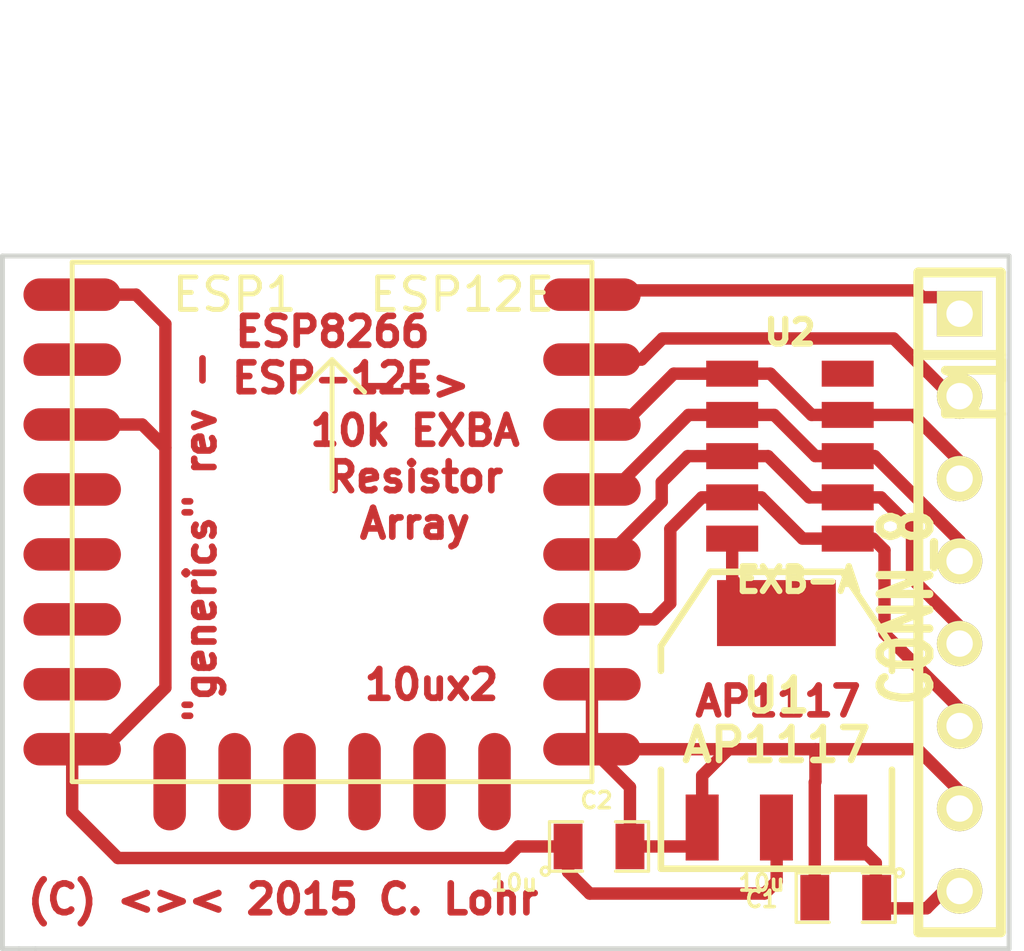
<source format=kicad_pcb>

(kicad_pcb
  (version 3)
  (host pcbnew "(2013-jul-07)-stable")
  (general
    (links 26)
    (no_connects 0)
    (area 64.440999 32.882999 95.88627 62.559001)
    (thickness 1.6)
    (drawings 12)
    (tracks 88)
    (zones 0)
    (modules 6)
    (nets 11))
  (page User 139.7 139.7)
  (layers
    (15 F.Cu signal)
    (0 B.Cu signal)
    (16 B.Adhes user)
    (17 F.Adhes user)
    (18 B.Paste user)
    (19 F.Paste user)
    (20 B.SilkS user)
    (21 F.SilkS user)
    (22 B.Mask user)
    (23 F.Mask user)
    (24 Dwgs.User user)
    (25 Cmts.User user)
    (26 Eco1.User user)
    (27 Eco2.User user)
    (28 Edge.Cuts user))
  (setup
    (last_trace_width 0.381)
    (trace_clearance 0.381)
    (zone_clearance 0.3556)
    (zone_45_only no)
    (trace_min 0.254)
    (segment_width 0.2)
    (edge_width 0.15)
    (via_size 0.889)
    (via_drill 0.635)
    (via_min_size 0.889)
    (via_min_drill 0.508)
    (uvia_size 0.508)
    (uvia_drill 0.127)
    (uvias_allowed no)
    (uvia_min_size 0.508)
    (uvia_min_drill 0.127)
    (pcb_text_width 0.2032)
    (pcb_text_size 0.889 0.889)
    (mod_edge_width 0.15)
    (mod_text_size 1.5 1.5)
    (mod_text_width 0.15)
    (pad_size 1.524 1.524)
    (pad_drill 0.762)
    (pad_to_mask_clearance 0.2)
    (aux_axis_origin 0 0)
    (visible_elements FFFFFFBF)
    (pcbplotparams
      (layerselection 32768)
      (usegerberextensions false)
      (excludeedgelayer true)
      (linewidth 0.1)
      (plotframeref false)
      (viasonmask false)
      (mode 1)
      (useauxorigin false)
      (hpglpennumber 1)
      (hpglpenspeed 20)
      (hpglpendiameter 15)
      (hpglpenoverlay 2)
      (psnegative false)
      (psa4output false)
      (plotreference true)
      (plotvalue true)
      (plotothertext true)
      (plotinvisibletext false)
      (padsonsilk false)
      (subtractmaskfromsilk false)
      (outputformat 2)
      (mirror false)
      (drillshape 1)
      (scaleselection 1)
      (outputdirectory "")))
  (net 0 "")
  (net 1 +3.3V)
  (net 2 +5V)
  (net 3 GND)
  (net 4 GPIO0)
  (net 5 GPIO2)
  (net 6 GPIO4)
  (net 7 GPIO5)
  (net 8 N-000003)
  (net 9 RX)
  (net 10 TX)
  (net_class Default "This is the default net class."
    (clearance 0.381)
    (trace_width 0.381)
    (via_dia 0.889)
    (via_drill 0.635)
    (uvia_dia 0.508)
    (uvia_drill 0.127)
    (add_net "")
    (add_net +3.3V)
    (add_net +5V)
    (add_net GND)
    (add_net GPIO0)
    (add_net GPIO2)
    (add_net GPIO4)
    (add_net GPIO5)
    (add_net N-000003)
    (add_net RX)
    (add_net TX))
  (module SM0805
    (layer F.Cu)
    (tedit 56195079)
    (tstamp 56194CC7)
    (at 90.4748 60.9092 180)
    (path /56194F36)
    (attr smd)
    (fp_text reference C1
      (at 2.5908 -0.0508 180)
      (layer F.SilkS)
      (effects
        (font
          (size 0.50038 0.50038)
          (thickness 0.10922))))
    (fp_text value 10u
      (at 2.5908 0.4572 180)
      (layer F.SilkS)
      (effects
        (font
          (size 0.50038 0.50038)
          (thickness 0.10922))))
    (fp_circle
      (center -1.651 0.762)
      (end -1.651 0.635)
      (layer F.SilkS)
      (width 0.09906))
    (fp_line
      (start -0.508 0.762)
      (end -1.524 0.762)
      (layer F.SilkS)
      (width 0.09906))
    (fp_line
      (start -1.524 0.762)
      (end -1.524 -0.762)
      (layer F.SilkS)
      (width 0.09906))
    (fp_line
      (start -1.524 -0.762)
      (end -0.508 -0.762)
      (layer F.SilkS)
      (width 0.09906))
    (fp_line
      (start 0.508 -0.762)
      (end 1.524 -0.762)
      (layer F.SilkS)
      (width 0.09906))
    (fp_line
      (start 1.524 -0.762)
      (end 1.524 0.762)
      (layer F.SilkS)
      (width 0.09906))
    (fp_line
      (start 1.524 0.762)
      (end 0.508 0.762)
      (layer F.SilkS)
      (width 0.09906))
    (pad 1 smd rect
      (at -0.9525 0 180)
      (size 0.889 1.397)
      (layers F.Cu F.Paste F.Mask)
      (net 2 +5V))
    (pad 2 smd rect
      (at 0.9525 0 180)
      (size 0.889 1.397)
      (layers F.Cu F.Paste F.Mask)
      (net 3 GND))
    (model smd/chip_cms.wrl
      (at
        (xyz 0 0 0))
      (scale
        (xyz 0.1 0.1 0.1))
      (rotate
        (xyz 0 0 0))))
  (module SM0805
    (layer F.Cu)
    (tedit 56195074)
    (tstamp 56194CD4)
    (at 82.8802 59.3344)
    (path /56194F45)
    (attr smd)
    (fp_text reference C2
      (at -0.0762 -1.4224)
      (layer F.SilkS)
      (effects
        (font
          (size 0.50038 0.50038)
          (thickness 0.10922))))
    (fp_text value 10u
      (at -2.6162 1.1176)
      (layer F.SilkS)
      (effects
        (font
          (size 0.50038 0.50038)
          (thickness 0.10922))))
    (fp_circle
      (center -1.651 0.762)
      (end -1.651 0.635)
      (layer F.SilkS)
      (width 0.09906))
    (fp_line
      (start -0.508 0.762)
      (end -1.524 0.762)
      (layer F.SilkS)
      (width 0.09906))
    (fp_line
      (start -1.524 0.762)
      (end -1.524 -0.762)
      (layer F.SilkS)
      (width 0.09906))
    (fp_line
      (start -1.524 -0.762)
      (end -0.508 -0.762)
      (layer F.SilkS)
      (width 0.09906))
    (fp_line
      (start 0.508 -0.762)
      (end 1.524 -0.762)
      (layer F.SilkS)
      (width 0.09906))
    (fp_line
      (start 1.524 -0.762)
      (end 1.524 0.762)
      (layer F.SilkS)
      (width 0.09906))
    (fp_line
      (start 1.524 0.762)
      (end 0.508 0.762)
      (layer F.SilkS)
      (width 0.09906))
    (pad 1 smd rect
      (at -0.9525 0)
      (size 0.889 1.397)
      (layers F.Cu F.Paste F.Mask)
      (net 1 +3.3V))
    (pad 2 smd rect
      (at 0.9525 0)
      (size 0.889 1.397)
      (layers F.Cu F.Paste F.Mask)
      (net 3 GND))
    (model smd/chip_cms.wrl
      (at
        (xyz 0 0 0))
      (scale
        (xyz 0.1 0.1 0.1))
      (rotate
        (xyz 0 0 0))))
  (module SIL-8
    (layer F.Cu)
    (tedit 56C7A81F)
    (tstamp 56194CE5)
    (at 93.98 51.816 270)
    (descr "Connecteur 8 pins")
    (tags "CONN DEV")
    (path /56194CDB)
    (fp_text reference P1
      (at -6.604 -0.508 270)
      (layer F.SilkS)
      (effects
        (font
          (size 1.72974 1.08712)
          (thickness 0.3048))))
    (fp_text value CONN_8
      (at 0.1524 1.6256 270)
      (layer F.SilkS)
      (effects
        (font
          (size 1.524 1.016)
          (thickness 0.3048))))
    (fp_line
      (start -10.16 -1.27)
      (end 10.16 -1.27)
      (layer F.SilkS)
      (width 0.3048))
    (fp_line
      (start 10.16 -1.27)
      (end 10.16 1.27)
      (layer F.SilkS)
      (width 0.3048))
    (fp_line
      (start 10.16 1.27)
      (end -10.16 1.27)
      (layer F.SilkS)
      (width 0.3048))
    (fp_line
      (start -10.16 1.27)
      (end -10.16 -1.27)
      (layer F.SilkS)
      (width 0.3048))
    (fp_line
      (start -7.62 1.27)
      (end -7.62 -1.27)
      (layer F.SilkS)
      (width 0.3048))
    (pad 1 thru_hole rect
      (at -8.89 0 270)
      (size 1.397 1.397)
      (drill 0.8128)
      (layers *.Cu *.Mask F.SilkS)
      (net 10 TX))
    (pad 2 thru_hole circle
      (at -6.35 0 270)
      (size 1.397 1.397)
      (drill 0.8128)
      (layers *.Cu *.Mask F.SilkS)
      (net 9 RX))
    (pad 3 thru_hole circle
      (at -3.81 0 270)
      (size 1.397 1.397)
      (drill 0.8128)
      (layers *.Cu *.Mask F.SilkS)
      (net 7 GPIO5))
    (pad 4 thru_hole circle
      (at -1.27 0 270)
      (size 1.397 1.397)
      (drill 0.8128)
      (layers *.Cu *.Mask F.SilkS)
      (net 6 GPIO4))
    (pad 5 thru_hole circle
      (at 1.27 0 270)
      (size 1.397 1.397)
      (drill 0.8128)
      (layers *.Cu *.Mask F.SilkS)
      (net 4 GPIO0))
    (pad 6 thru_hole circle
      (at 3.81 0 270)
      (size 1.397 1.397)
      (drill 0.8128)
      (layers *.Cu *.Mask F.SilkS)
      (net 5 GPIO2))
    (pad 7 thru_hole circle
      (at 6.35 0 270)
      (size 1.397 1.397)
      (drill 0.8128)
      (layers *.Cu *.Mask F.SilkS)
      (net 3 GND))
    (pad 8 thru_hole circle
      (at 8.89 0 270)
      (size 1.397 1.397)
      (drill 0.8128)
      (layers *.Cu *.Mask F.SilkS)
      (net 2 +5V)))
  (module EXB-A
    (layer F.Cu)
    (tedit 52D0B57E)
    (tstamp 56197883)
    (at 88.75776 47.31258)
    (path /56194CEA)
    (fp_text reference U2
      (at 0 -3.81)
      (layer F.SilkS)
      (effects
        (font
          (size 0.762 0.762)
          (thickness 0.1905))))
    (fp_text value EXB-A
      (at 0.254 3.81)
      (layer F.SilkS)
      (effects
        (font
          (size 0.762 0.762)
          (thickness 0.1905))))
    (pad 1 smd rect
      (at -1.778 -2.54 90)
      (size 0.8001 1.6002)
      (layers F.Cu F.Paste F.Mask)
      (net 7 GPIO5))
    (pad 2 smd rect
      (at -1.778 -1.27 90)
      (size 0.8001 1.6002)
      (layers F.Cu F.Paste F.Mask)
      (net 6 GPIO4))
    (pad 3 smd rect
      (at -1.778 0 90)
      (size 0.8001 1.6002)
      (layers F.Cu F.Paste F.Mask)
      (net 4 GPIO0))
    (pad 4 smd rect
      (at -1.778 1.27 90)
      (size 0.8001 1.6002)
      (layers F.Cu F.Paste F.Mask)
      (net 5 GPIO2))
    (pad 5 smd rect
      (at -1.778 2.54 90)
      (size 0.8001 1.6002)
      (layers F.Cu F.Paste F.Mask)
      (net 8 N-000003))
    (pad 6 smd rect
      (at 1.778 2.54 90)
      (size 0.8001 1.6002)
      (layers F.Cu F.Paste F.Mask)
      (net 5 GPIO2))
    (pad 7 smd rect
      (at 1.778 1.27 90)
      (size 0.8001 1.6002)
      (layers F.Cu F.Paste F.Mask)
      (net 4 GPIO0))
    (pad 8 smd rect
      (at 1.778 0 90)
      (size 0.8001 1.6002)
      (layers F.Cu F.Paste F.Mask)
      (net 6 GPIO4))
    (pad 9 smd rect
      (at 1.778 -1.27 90)
      (size 0.8001 1.6002)
      (layers F.Cu F.Paste F.Mask)
      (net 7 GPIO5))
    (pad 10 smd rect
      (at 1.778 -2.54 90)
      (size 0.8001 1.6002)
      (layers F.Cu F.Paste F.Mask)))
  (module ESP12E
    (layer F.Cu)
    (tedit 560D9068)
    (tstamp 56194D17)
    (at 74.6633 45.339)
    (path /5619493D)
    (fp_text reference ESP1
      (at -3 -3)
      (layer F.SilkS)
      (effects
        (font
          (size 1 1)
          (thickness 0.15))))
    (fp_text value ESP12E
      (at 4 -3)
      (layer F.SilkS)
      (effects
        (font
          (size 1 1)
          (thickness 0.15))))
    (fp_line
      (start 0 -1)
      (end -1 0)
      (layer F.SilkS)
      (width 0.15))
    (fp_line
      (start 0 -1)
      (end 1 0)
      (layer F.SilkS)
      (width 0.15))
    (fp_line
      (start 0 -1)
      (end 0 3)
      (layer F.SilkS)
      (width 0.15))
    (fp_line
      (start -8 12)
      (end -8 -4)
      (layer F.SilkS)
      (width 0.15))
    (fp_line
      (start -8 -4)
      (end 8 -4)
      (layer F.SilkS)
      (width 0.15))
    (fp_line
      (start 8 -4)
      (end 8 12)
      (layer F.SilkS)
      (width 0.15))
    (fp_line
      (start 8 -12)
      (end -8 -12)
      (layer Dwgs.User)
      (width 0.15))
    (fp_line
      (start -8 -12)
      (end -8 12)
      (layer Dwgs.User)
      (width 0.15))
    (fp_line
      (start -8 12)
      (end 8 12)
      (layer F.SilkS)
      (width 0.15))
    (fp_line
      (start 8 12)
      (end 8 -12)
      (layer Dwgs.User)
      (width 0.15))
    (pad 1 smd oval
      (at -8 -3)
      (size 3 1)
      (layers F.Cu F.Paste F.Mask)
      (net 1 +3.3V))
    (pad 2 smd oval
      (at -8 -1)
      (size 3 1)
      (layers F.Cu F.Paste F.Mask))
    (pad 3 smd oval
      (at -8 1)
      (size 3 1)
      (layers F.Cu F.Paste F.Mask)
      (net 1 +3.3V))
    (pad 4 smd oval
      (at -8 3)
      (size 3 1)
      (layers F.Cu F.Paste F.Mask))
    (pad 5 smd oval
      (at -8 5)
      (size 3 1)
      (layers F.Cu F.Paste F.Mask))
    (pad 6 smd oval
      (at -8 7)
      (size 3 1)
      (layers F.Cu F.Paste F.Mask))
    (pad 7 smd oval
      (at -8 9)
      (size 3 1)
      (layers F.Cu F.Paste F.Mask))
    (pad 8 smd oval
      (at -8 11)
      (size 3 1)
      (layers F.Cu F.Paste F.Mask)
      (net 1 +3.3V))
    (pad 9 smd oval
      (at -5 12 90)
      (size 3 1)
      (layers F.Cu F.Paste F.Mask))
    (pad 10 smd oval
      (at -3 12 90)
      (size 3 1)
      (layers F.Cu F.Paste F.Mask))
    (pad 11 smd oval
      (at -1 12 90)
      (size 3 1)
      (layers F.Cu F.Paste F.Mask))
    (pad 12 smd oval
      (at 1 12 90)
      (size 3 1)
      (layers F.Cu F.Paste F.Mask))
    (pad 13 smd oval
      (at 3 12 90)
      (size 3 1)
      (layers F.Cu F.Paste F.Mask))
    (pad 14 smd oval
      (at 5 12 90)
      (size 3 1)
      (layers F.Cu F.Paste F.Mask))
    (pad 15 smd oval
      (at 8 11 180)
      (size 3 1)
      (layers F.Cu F.Paste F.Mask)
      (net 3 GND))
    (pad 16 smd oval
      (at 8 9 180)
      (size 3 1)
      (layers F.Cu F.Paste F.Mask)
      (net 3 GND))
    (pad 17 smd oval
      (at 8 7 180)
      (size 3 1)
      (layers F.Cu F.Paste F.Mask)
      (net 5 GPIO2))
    (pad 18 smd oval
      (at 8 5 180)
      (size 3 1)
      (layers F.Cu F.Paste F.Mask)
      (net 4 GPIO0))
    (pad 19 smd oval
      (at 8 3 180)
      (size 3 1)
      (layers F.Cu F.Paste F.Mask)
      (net 6 GPIO4))
    (pad 20 smd oval
      (at 8 1 180)
      (size 3 1)
      (layers F.Cu F.Paste F.Mask)
      (net 7 GPIO5))
    (pad 21 smd oval
      (at 8 -1 180)
      (size 3 1)
      (layers F.Cu F.Paste F.Mask)
      (net 9 RX))
    (pad 22 smd oval
      (at 8 -3 180)
      (size 3 1)
      (layers F.Cu F.Paste F.Mask)
      (net 10 TX)))
  (module SOT223
    (layer F.Cu)
    (tedit 200000)
    (tstamp 561976D8)
    (at 88.3412 55.4482)
    (descr "module CMS SOT223 4 pins")
    (tags "CMS SOT")
    (path /5619494C)
    (attr smd)
    (fp_text reference U1
      (at 0 -0.762)
      (layer F.SilkS)
      (effects
        (font
          (size 1.016 1.016)
          (thickness 0.2032))))
    (fp_text value AP1117
      (at 0 0.762)
      (layer F.SilkS)
      (effects
        (font
          (size 1.016 1.016)
          (thickness 0.2032))))
    (fp_line
      (start -3.556 1.524)
      (end -3.556 4.572)
      (layer F.SilkS)
      (width 0.2032))
    (fp_line
      (start -3.556 4.572)
      (end 3.556 4.572)
      (layer F.SilkS)
      (width 0.2032))
    (fp_line
      (start 3.556 4.572)
      (end 3.556 1.524)
      (layer F.SilkS)
      (width 0.2032))
    (fp_line
      (start -3.556 -1.524)
      (end -3.556 -2.286)
      (layer F.SilkS)
      (width 0.2032))
    (fp_line
      (start -3.556 -2.286)
      (end -2.032 -4.572)
      (layer F.SilkS)
      (width 0.2032))
    (fp_line
      (start -2.032 -4.572)
      (end 2.032 -4.572)
      (layer F.SilkS)
      (width 0.2032))
    (fp_line
      (start 2.032 -4.572)
      (end 3.556 -2.286)
      (layer F.SilkS)
      (width 0.2032))
    (fp_line
      (start 3.556 -2.286)
      (end 3.556 -1.524)
      (layer F.SilkS)
      (width 0.2032))
    (pad 4 smd rect
      (at 0 -3.302)
      (size 3.6576 2.032)
      (layers F.Cu F.Paste F.Mask)
      (net 8 N-000003))
    (pad 2 smd rect
      (at 0 3.302)
      (size 1.016 2.032)
      (layers F.Cu F.Paste F.Mask)
      (net 1 +3.3V))
    (pad 3 smd rect
      (at 2.286 3.302)
      (size 1.016 2.032)
      (layers F.Cu F.Paste F.Mask)
      (net 2 +5V))
    (pad 1 smd rect
      (at -2.286 3.302)
      (size 1.016 2.032)
      (layers F.Cu F.Paste F.Mask)
      (net 3 GND))
    (model smd/SOT223.wrl
      (at
        (xyz 0 0 0))
      (scale
        (xyz 0.4 0.4 0.4))
      (rotate
        (xyz 0 0 0))))
  (gr_text "\"generics\" rev -"
    (at 70.612 49.784 90)
    (layer F.Cu)
    (effects
      (font
        (size 0.889 0.889)
        (thickness 0.2032))))
  (gr_text "(C) <>< 2015 C. Lohr"
    (at 73.152 60.96)
    (layer F.Cu)
    (effects
      (font
        (size 0.889 0.889)
        (thickness 0.2032))))
  (gr_text 10ux2
    (at 77.724 54.356)
    (layer F.Cu)
    (effects
      (font
        (size 0.889 0.889)
        (thickness 0.2032))))
  (gr_text "-->\n10k EXBA\nResistor\nArray"
    (at 77.216 47.244)
    (layer F.Cu)
    (effects
      (font
        (size 0.889 0.889)
        (thickness 0.2032))))
  (gr_text "ESP8266\nESP-12E"
    (at 74.676 44.196)
    (layer F.Cu)
    (effects
      (font
        (size 0.889 0.889)
        (thickness 0.2032))))
  (gr_text AP1117
    (at 88.392 54.864)
    (layer F.Cu)
    (effects
      (font
        (size 0.889 0.889)
        (thickness 0.2032))))
  (gr_line
    (start 64.516 41.148)
    (end 95.504 41.148)
    (angle 90)
    (layer Edge.Cuts)
    (width 0.15))
  (gr_line
    (start 64.516 62.484)
    (end 64.516 41.148)
    (angle 90)
    (layer Edge.Cuts)
    (width 0.15))
  (gr_line
    (start 65.024 62.484)
    (end 64.516 62.484)
    (angle 90)
    (layer Edge.Cuts)
    (width 0.15))
  (gr_line
    (start 65.532 62.484)
    (end 65.024 62.484)
    (angle 90)
    (layer Edge.Cuts)
    (width 0.15))
  (gr_line
    (start 95.504 62.484)
    (end 65.532 62.484)
    (angle 90)
    (layer Edge.Cuts)
    (width 0.15))
  (gr_line
    (start 95.504 41.148)
    (end 95.504 62.484)
    (angle 90)
    (layer Edge.Cuts)
    (width 0.15))
  (segment
    (start 81.9277 59.3344)
    (end 81.9277 60.11926)
    (width 0.381)
    (layer F.Cu)
    (net 1))
  (segment
    (start 88.34882 60.4139)
    (end 88.34882 59.07786)
    (width 0.381)
    (layer F.Cu)
    (net 1)
    (tstamp 5619797D))
  (segment
    (start 87.97798 60.78474)
    (end 88.34882 60.4139)
    (width 0.381)
    (layer F.Cu)
    (net 1)
    (tstamp 5619797C))
  (segment
    (start 82.59318 60.78474)
    (end 87.97798 60.78474)
    (width 0.381)
    (layer F.Cu)
    (net 1)
    (tstamp 5619797A))
  (segment
    (start 81.9277 60.11926)
    (end 82.59318 60.78474)
    (width 0.381)
    (layer F.Cu)
    (net 1)
    (tstamp 56197979))
  (segment
    (start 81.9277 59.3344)
    (end 80.391 59.3344)
    (width 0.381)
    (layer F.Cu)
    (net 1))
  (segment
    (start 66.6633 58.2813)
    (end 66.6633 56.339)
    (width 0.381)
    (layer F.Cu)
    (net 1)
    (tstamp 56197976))
  (segment
    (start 68.072 59.69)
    (end 66.6633 58.2813)
    (width 0.381)
    (layer F.Cu)
    (net 1)
    (tstamp 56197975))
  (segment
    (start 80.0354 59.69)
    (end 68.072 59.69)
    (width 0.381)
    (layer F.Cu)
    (net 1)
    (tstamp 56197974))
  (segment
    (start 80.391 59.3344)
    (end 80.0354 59.69)
    (width 0.381)
    (layer F.Cu)
    (net 1)
    (tstamp 56197973))
  (segment
    (start 66.6633 42.339)
    (end 68.628 42.339)
    (width 0.381)
    (layer F.Cu)
    (net 1))
  (segment
    (start 69.5325 43.2435)
    (end 69.5325 47.0535)
    (width 0.381)
    (layer F.Cu)
    (net 1)
    (tstamp 56197853))
  (segment
    (start 68.628 42.339)
    (end 69.5325 43.2435)
    (width 0.381)
    (layer F.Cu)
    (net 1)
    (tstamp 56197852))
  (segment
    (start 66.6633 56.339)
    (end 67.6384 56.339)
    (width 0.381)
    (layer F.Cu)
    (net 1))
  (segment
    (start 68.818 46.339)
    (end 66.6633 46.339)
    (width 0.381)
    (layer F.Cu)
    (net 1)
    (tstamp 5619784F))
  (segment
    (start 69.5325 47.0535)
    (end 68.818 46.339)
    (width 0.381)
    (layer F.Cu)
    (net 1)
    (tstamp 5619784E))
  (segment
    (start 69.5325 54.4449)
    (end 69.5325 47.0535)
    (width 0.381)
    (layer F.Cu)
    (net 1)
    (tstamp 5619784C))
  (segment
    (start 67.6384 56.339)
    (end 69.5325 54.4449)
    (width 0.381)
    (layer F.Cu)
    (net 1)
    (tstamp 5619784B))
  (segment
    (start 91.4019 61.2394)
    (end 92.964 61.2394)
    (width 0.381)
    (layer F.Cu)
    (net 2))
  (segment
    (start 92.964 61.2394)
    (end 94.0054 60.198)
    (width 0.381)
    (layer F.Cu)
    (net 2)
    (tstamp 56197992))
  (segment
    (start 91.4019 61.2394)
    (end 91.4019 59.84494)
    (width 0.381)
    (layer F.Cu)
    (net 2))
  (segment
    (start 91.4019 59.84494)
    (end 90.63482 59.07786)
    (width 0.381)
    (layer F.Cu)
    (net 2)
    (tstamp 5619798F))
  (segment
    (start 86.0552 58.7502)
    (end 86.0552 57.15254)
    (width 0.381)
    (layer F.Cu)
    (net 3))
  (segment
    (start 86.0552 57.15254)
    (end 86.86874 56.339)
    (width 0.381)
    (layer F.Cu)
    (net 3)
    (tstamp 561979BC))
  (segment
    (start 89.5223 60.9092)
    (end 89.5223 57.35828)
    (width 0.381)
    (layer F.Cu)
    (net 3))
  (segment
    (start 89.54262 57.33796)
    (end 89.54262 56.339)
    (width 0.381)
    (layer F.Cu)
    (net 3)
    (tstamp 561979B6))
  (segment
    (start 89.5223 57.35828)
    (end 89.54262 57.33796)
    (width 0.381)
    (layer F.Cu)
    (net 3)
    (tstamp 561979B5))
  (segment
    (start 82.6633 56.339)
    (end 86.86874 56.339)
    (width 0.381)
    (layer F.Cu)
    (net 3))
  (segment
    (start 86.86874 56.339)
    (end 89.54262 56.339)
    (width 0.381)
    (layer F.Cu)
    (net 3)
    (tstamp 561979BF))
  (segment
    (start 89.54262 56.339)
    (end 92.6864 56.339)
    (width 0.381)
    (layer F.Cu)
    (net 3)
    (tstamp 561979BA))
  (segment
    (start 92.6864 56.339)
    (end 94.0054 57.658)
    (width 0.381)
    (layer F.Cu)
    (net 3)
    (tstamp 5619796E))
  (segment
    (start 82.6633 56.339)
    (end 82.6633 54.339)
    (width 0.381)
    (layer F.Cu)
    (net 3))
  (segment
    (start 83.8327 59.3344)
    (end 83.8327 57.5084)
    (width 0.381)
    (layer F.Cu)
    (net 3))
  (segment
    (start 83.8327 57.5084)
    (end 82.6633 56.339)
    (width 0.381)
    (layer F.Cu)
    (net 3)
    (tstamp 56197969))
  (segment
    (start 83.8327 59.3344)
    (end 85.80628 59.3344)
    (width 0.381)
    (layer F.Cu)
    (net 3))
  (segment
    (start 85.80628 59.3344)
    (end 86.06282 59.07786)
    (width 0.381)
    (layer F.Cu)
    (net 3)
    (tstamp 56197966))
  (segment
    (start 90.53576 48.58258)
    (end 91.55938 48.58258)
    (width 0.381)
    (layer F.Cu)
    (net 4))
  (segment
    (start 92.51442 51.08702)
    (end 94.0054 52.578)
    (width 0.381)
    (layer F.Cu)
    (net 4)
    (tstamp 56197939))
  (segment
    (start 92.51442 49.53762)
    (end 92.51442 51.08702)
    (width 0.381)
    (layer F.Cu)
    (net 4)
    (tstamp 56197938))
  (segment
    (start 91.55938 48.58258)
    (end 92.51442 49.53762)
    (width 0.381)
    (layer F.Cu)
    (net 4)
    (tstamp 56197937))
  (segment
    (start 86.97976 47.31258)
    (end 88.08212 47.31258)
    (width 0.381)
    (layer F.Cu)
    (net 4))
  (segment
    (start 89.35212 48.58258)
    (end 90.53576 48.58258)
    (width 0.381)
    (layer F.Cu)
    (net 4)
    (tstamp 5619791D))
  (segment
    (start 88.08212 47.31258)
    (end 89.35212 48.58258)
    (width 0.381)
    (layer F.Cu)
    (net 4)
    (tstamp 5619791C))
  (segment
    (start 86.97976 47.31258)
    (end 85.6107 47.31258)
    (width 0.381)
    (layer F.Cu)
    (net 4))
  (segment
    (start 83.1888 50.339)
    (end 82.6633 50.339)
    (width 0.381)
    (layer F.Cu)
    (net 4)
    (tstamp 561978F9))
  (segment
    (start 84.8106 48.7172)
    (end 83.1888 50.339)
    (width 0.381)
    (layer F.Cu)
    (net 4)
    (tstamp 561978F8))
  (segment
    (start 84.8106 48.11268)
    (end 84.8106 48.7172)
    (width 0.381)
    (layer F.Cu)
    (net 4)
    (tstamp 561978F7))
  (segment
    (start 85.6107 47.31258)
    (end 84.8106 48.11268)
    (width 0.381)
    (layer F.Cu)
    (net 4)
    (tstamp 561978F6))
  (segment
    (start 90.53576 49.85258)
    (end 91.31046 49.85258)
    (width 0.381)
    (layer F.Cu)
    (net 5))
  (segment
    (start 91.6686 52.7812)
    (end 94.0054 55.118)
    (width 0.381)
    (layer F.Cu)
    (net 5)
    (tstamp 5619793E))
  (segment
    (start 91.6686 50.21072)
    (end 91.6686 52.7812)
    (width 0.381)
    (layer F.Cu)
    (net 5)
    (tstamp 5619793D))
  (segment
    (start 91.31046 49.85258)
    (end 91.6686 50.21072)
    (width 0.381)
    (layer F.Cu)
    (net 5)
    (tstamp 5619793C))
  (segment
    (start 86.97976 48.58258)
    (end 87.87638 48.58258)
    (width 0.381)
    (layer F.Cu)
    (net 5))
  (segment
    (start 89.14638 49.85258)
    (end 90.53576 49.85258)
    (width 0.381)
    (layer F.Cu)
    (net 5)
    (tstamp 56197919))
  (segment
    (start 87.87638 48.58258)
    (end 89.14638 49.85258)
    (width 0.381)
    (layer F.Cu)
    (net 5)
    (tstamp 56197918))
  (segment
    (start 86.97976 48.58258)
    (end 86.04758 48.58258)
    (width 0.381)
    (layer F.Cu)
    (net 5))
  (segment
    (start 84.58224 52.339)
    (end 82.6633 52.339)
    (width 0.381)
    (layer F.Cu)
    (net 5)
    (tstamp 561978FF))
  (segment
    (start 85.07476 51.84648)
    (end 84.58224 52.339)
    (width 0.381)
    (layer F.Cu)
    (net 5)
    (tstamp 561978FE))
  (segment
    (start 85.07476 49.5554)
    (end 85.07476 51.84648)
    (width 0.381)
    (layer F.Cu)
    (net 5)
    (tstamp 561978FD))
  (segment
    (start 86.04758 48.58258)
    (end 85.07476 49.5554)
    (width 0.381)
    (layer F.Cu)
    (net 5)
    (tstamp 561978FC))
  (segment
    (start 93.98 50.546)
    (end 93.98 49.925566)
    (width 0.381)
    (layer F.Cu)
    (net 6))
  (segment
    (start 91.367014 47.31258)
    (end 90.53576 47.31258)
    (width 0.381)
    (layer F.Cu)
    (net 6)
    (tstamp 56197A17))
  (segment
    (start 93.98 49.925566)
    (end 91.367014 47.31258)
    (width 0.381)
    (layer F.Cu)
    (net 6)
    (tstamp 56197A16))
  (segment
    (start 86.97976 46.04258)
    (end 88.27008 46.04258)
    (width 0.381)
    (layer F.Cu)
    (net 6))
  (segment
    (start 89.54008 47.31258)
    (end 90.53576 47.31258)
    (width 0.381)
    (layer F.Cu)
    (net 6)
    (tstamp 56197921))
  (segment
    (start 88.27008 46.04258)
    (end 89.54008 47.31258)
    (width 0.381)
    (layer F.Cu)
    (net 6)
    (tstamp 56197920))
  (segment
    (start 86.97976 46.04258)
    (end 85.6361 46.04258)
    (width 0.381)
    (layer F.Cu)
    (net 6))
  (segment
    (start 83.33968 48.339)
    (end 82.6633 48.339)
    (width 0.381)
    (layer F.Cu)
    (net 6)
    (tstamp 561978F3))
  (segment
    (start 85.6361 46.04258)
    (end 83.33968 48.339)
    (width 0.381)
    (layer F.Cu)
    (net 6)
    (tstamp 561978F2))
  (segment
    (start 90.53576 46.04258)
    (end 92.54998 46.04258)
    (width 0.381)
    (layer F.Cu)
    (net 7))
  (segment
    (start 92.54998 46.04258)
    (end 94.0054 47.498)
    (width 0.381)
    (layer F.Cu)
    (net 7)
    (tstamp 56197929))
  (segment
    (start 86.97976 44.77258)
    (end 88.15324 44.77258)
    (width 0.381)
    (layer F.Cu)
    (net 7))
  (segment
    (start 89.42324 46.04258)
    (end 90.53576 46.04258)
    (width 0.381)
    (layer F.Cu)
    (net 7)
    (tstamp 56197925))
  (segment
    (start 88.15324 44.77258)
    (end 89.42324 46.04258)
    (width 0.381)
    (layer F.Cu)
    (net 7)
    (tstamp 56197924))
  (segment
    (start 86.97976 44.77258)
    (end 85.18144 44.77258)
    (width 0.381)
    (layer F.Cu)
    (net 7))
  (segment
    (start 83.61502 46.339)
    (end 82.6633 46.339)
    (width 0.381)
    (layer F.Cu)
    (net 7)
    (tstamp 561978EF))
  (segment
    (start 85.18144 44.77258)
    (end 83.61502 46.339)
    (width 0.381)
    (layer F.Cu)
    (net 7)
    (tstamp 561978EE))
  (segment
    (start 86.97976 49.85258)
    (end 86.97976 51.1048)
    (width 0.381)
    (layer F.Cu)
    (net 8))
  (segment
    (start 86.97976 51.1048)
    (end 88.34882 52.47386)
    (width 0.381)
    (layer F.Cu)
    (net 8)
    (tstamp 56197915))
  (segment
    (start 93.98 45.466)
    (end 93.726 45.466)
    (width 0.381)
    (layer F.Cu)
    (net 9))
  (segment
    (start 84.185 44.339)
    (end 82.6633 44.339)
    (width 0.381)
    (layer F.Cu)
    (net 9)
    (tstamp 56197A1E))
  (segment
    (start 84.836 43.688)
    (end 84.185 44.339)
    (width 0.381)
    (layer F.Cu)
    (net 9)
    (tstamp 56197A1D))
  (segment
    (start 91.948 43.688)
    (end 84.836 43.688)
    (width 0.381)
    (layer F.Cu)
    (net 9)
    (tstamp 56197A1B))
  (segment
    (start 93.726 45.466)
    (end 91.948 43.688)
    (width 0.381)
    (layer F.Cu)
    (net 9)
    (tstamp 56197A1A))
  (segment
    (start 94.0054 42.418)
    (end 92.83192 42.418)
    (width 0.381)
    (layer F.Cu)
    (net 10))
  (segment
    (start 82.79512 42.20718)
    (end 82.6633 42.339)
    (width 0.381)
    (layer F.Cu)
    (net 10)
    (tstamp 561978D0))
  (segment
    (start 92.6211 42.20718)
    (end 82.79512 42.20718)
    (width 0.381)
    (layer F.Cu)
    (net 10)
    (tstamp 561978CF))
  (segment
    (start 92.83192 42.418)
    (end 92.6211 42.20718)
    (width 0.381)
    (layer F.Cu)
    (net 10)
    (tstamp 561978CE)))
</source>
